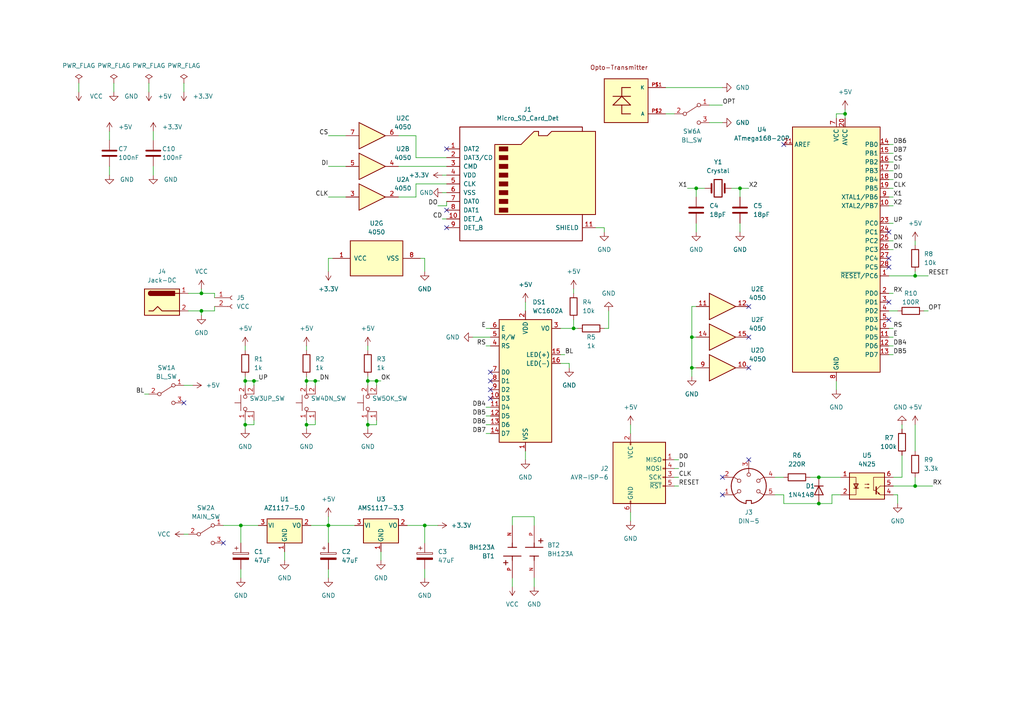
<source format=kicad_sch>
(kicad_sch (version 20211123) (generator eeschema)
  (paper "A4")
  (lib_symbols
    (symbol "4xxx:4050" (pin_names (offset 1.016))
      (property "Reference" "U" (at 0 1.27 0))
      (property "Value" "4050" (at 0 -1.27 0))
      (symbol "4050_1_0"
        (pin output line (at 7.62 0 180) (length 3.81) (name "~") (number "2"))
        (pin input line (at -7.62 0 0) (length 3.81) (name "~") (number "3"))
      )
      (symbol "4050_2_0"
        (pin output line (at 7.62 0 180) (length 3.81) (name "~") (number "4"))
        (pin input line (at -7.62 0 0) (length 3.81) (name "~") (number "5"))
      )
      (symbol "4050_3_0"
        (pin output line (at 7.62 0 180) (length 3.81) (name "~") (number "6"))
        (pin input line (at -7.62 0 0) (length 3.81) (name "~") (number "7"))
      )
      (symbol "4050_4_0"
        (pin output line (at 7.62 0 180) (length 3.81) (name "~") (number "10"))
        (pin input line (at -7.62 0 0) (length 3.81) (name "~") (number "9"))
      )
      (symbol "4050_5_0"
        (pin input line (at -7.62 0 0) (length 3.81) (name "~") (number "11"))
        (pin output line (at 7.62 0 180) (length 3.81) (name "~") (number "12"))
      )
      (symbol "4050_6_0"
        (pin input line (at -7.62 0 0) (length 3.81) (name "~") (number "14"))
        (pin output line (at 7.62 0 180) (length 3.81) (name "~") (number "15"))
      )
      (symbol "4050_7_0"
        (pin power_in line (at 0 12.7 270) (length 5.08) (name "VCC") (number "1"))
        (pin power_in line (at 0 -12.7 90) (length 5.08) (name "VSS") (number "8"))
      )
    )
    (symbol "BH123A:BH123A" (pin_names (offset 1.016) hide)
      (property "Reference" "BT" (at -3.81 3.81 0))
      (property "Value" "BH123A" (at -3.81 -5.08 0))
      (symbol "BH123A_0_0"
        (pin passive line (at 7.62 0 180) (length 5.08) (name "~") (number "N"))
        (pin passive line (at -7.62 0 0) (length 5.08) (name "~") (number "P"))
      )
    )
    (symbol "Connector:AVR-ISP-6" (pin_names (offset 1.016))
      (property "Reference" "J" (at -6.35 11.43 0))
      (property "Value" "AVR-ISP-6" (at 0 11.43 0))
      (symbol "AVR-ISP-6_1_1"
        (pin passive line (at 10.16 5.08 180) (length 2.54) (name "MISO") (number "1"))
        (pin passive line (at -2.54 12.7 270) (length 2.54) (name "VCC") (number "2"))
        (pin passive line (at 10.16 0 180) (length 2.54) (name "SCK") (number "3"))
        (pin passive line (at 10.16 2.54 180) (length 2.54) (name "MOSI") (number "4"))
        (pin passive line (at 10.16 -2.54 180) (length 2.54) (name "~{RST}") (number "5"))
        (pin passive line (at -2.54 -10.16 90) (length 2.54) (name "GND") (number "6"))
      )
    )
    (symbol "Connector:Conn_01x02_Female" (pin_names (offset 1.016) hide)
      (property "Reference" "J" (at 0 2.54 0))
      (property "Value" "Conn_01x02_Female" (at 0 -5.08 0))
      (symbol "Conn_01x02_Female_1_1"
        (pin passive line (at -5.08 0 0) (length 3.81) (name "Pin_1") (number "1"))
        (pin passive line (at -5.08 -2.54 0) (length 3.81) (name "Pin_2") (number "2"))
      )
    )
    (symbol "Connector:DIN-5" (pin_names (offset 1.016))
      (property "Reference" "J" (at 3.175 5.715 0))
      (property "Value" "DIN-5" (at 0 -6.35 0))
      (symbol "DIN-5_1_1"
        (pin passive line (at -7.62 -2.54 0) (length 2.54) (name "~") (number "1"))
        (pin passive line (at -7.62 2.54 0) (length 2.54) (name "~") (number "2"))
        (pin passive line (at 0 7.62 270) (length 2.54) (name "~") (number "3"))
        (pin passive line (at 7.62 2.54 180) (length 2.54) (name "~") (number "4"))
        (pin passive line (at 7.62 -2.54 180) (length 2.54) (name "~") (number "5"))
      )
    )
    (symbol "Connector:Jack-DC" (pin_names (offset 1.016))
      (property "Reference" "J" (at 0 5.334 0))
      (property "Value" "Jack-DC" (at 0 -5.08 0))
      (symbol "Jack-DC_1_1"
        (pin passive line (at 7.62 2.54 180) (length 2.54) (name "~") (number "1"))
        (pin passive line (at 7.62 -2.54 180) (length 2.54) (name "~") (number "2"))
      )
    )
    (symbol "Connector:Micro_SD_Card_Det" (pin_names (offset 1.016))
      (property "Reference" "J" (at -16.51 17.78 0))
      (property "Value" "Micro_SD_Card_Det" (at 16.51 17.78 0))
      (symbol "Micro_SD_Card_Det_1_1"
        (pin bidirectional line (at -22.86 10.16 0) (length 3.81) (name "DAT2") (number "1"))
        (pin passive line (at -22.86 -10.16 0) (length 3.81) (name "DET_A") (number "10"))
        (pin passive line (at 20.32 -12.7 180) (length 3.81) (name "SHIELD") (number "11"))
        (pin bidirectional line (at -22.86 7.62 0) (length 3.81) (name "DAT3/CD") (number "2"))
        (pin input line (at -22.86 5.08 0) (length 3.81) (name "CMD") (number "3"))
        (pin power_in line (at -22.86 2.54 0) (length 3.81) (name "VDD") (number "4"))
        (pin input line (at -22.86 0 0) (length 3.81) (name "CLK") (number "5"))
        (pin power_in line (at -22.86 -2.54 0) (length 3.81) (name "VSS") (number "6"))
        (pin bidirectional line (at -22.86 -5.08 0) (length 3.81) (name "DAT0") (number "7"))
        (pin bidirectional line (at -22.86 -7.62 0) (length 3.81) (name "DAT1") (number "8"))
        (pin passive line (at -22.86 -12.7 0) (length 3.81) (name "DET_B") (number "9"))
      )
    )
    (symbol "Device:C" (pin_numbers hide) (pin_names (offset 0.254))
      (property "Reference" "C" (at 0.635 2.54 0))
      (property "Value" "C" (at 0.635 -2.54 0))
      (symbol "C_1_1"
        (pin passive line (at 0 3.81 270) (length 2.794) (name "~") (number "1"))
        (pin passive line (at 0 -3.81 90) (length 2.794) (name "~") (number "2"))
      )
    )
    (symbol "Device:C_Polarized" (pin_numbers hide) (pin_names (offset 0.254))
      (property "Reference" "C" (at 0.635 2.54 0))
      (property "Value" "C_Polarized" (at 0.635 -2.54 0))
      (symbol "C_Polarized_1_1"
        (pin passive line (at 0 3.81 270) (length 2.794) (name "~") (number "1"))
        (pin passive line (at 0 -3.81 90) (length 2.794) (name "~") (number "2"))
      )
    )
    (symbol "Device:Crystal" (pin_numbers hide) (pin_names (offset 1.016) hide)
      (property "Reference" "Y" (at 0 3.81 0))
      (property "Value" "Crystal" (at 0 -3.81 0))
      (symbol "Crystal_1_1"
        (pin passive line (at -3.81 0 0) (length 1.27) (name "1") (number "1"))
        (pin passive line (at 3.81 0 180) (length 1.27) (name "2") (number "2"))
      )
    )
    (symbol "Device:R" (pin_numbers hide) (pin_names (offset 0))
      (property "Reference" "R" (at 2.032 0 90))
      (property "Value" "R" (at 0 0 90))
      (symbol "R_1_1"
        (pin passive line (at 0 3.81 270) (length 1.27) (name "~") (number "1"))
        (pin passive line (at 0 -3.81 90) (length 1.27) (name "~") (number "2"))
      )
    )
    (symbol "Diode:1N4148" (pin_numbers hide) (pin_names (offset 1.016) hide)
      (property "Reference" "D" (at 0 2.54 0))
      (property "Value" "1N4148" (at 0 -2.54 0))
      (symbol "1N4148_1_1"
        (pin passive line (at -3.81 0 0) (length 2.54) (name "K") (number "1"))
        (pin passive line (at 3.81 0 180) (length 2.54) (name "A") (number "2"))
      )
    )
    (symbol "Display_Character:WC1602A"
      (property "Reference" "DS" (at -5.842 19.05 0))
      (property "Value" "WC1602A" (at 5.334 19.05 0))
      (symbol "WC1602A_1_1"
        (pin power_in line (at 0 -20.32 90) (length 2.54) (name "VSS") (number "1"))
        (pin input line (at -10.16 -5.08 0) (length 2.54) (name "D3") (number "10"))
        (pin input line (at -10.16 -7.62 0) (length 2.54) (name "D4") (number "11"))
        (pin input line (at -10.16 -10.16 0) (length 2.54) (name "D5") (number "12"))
        (pin input line (at -10.16 -12.7 0) (length 2.54) (name "D6") (number "13"))
        (pin input line (at -10.16 -15.24 0) (length 2.54) (name "D7") (number "14"))
        (pin power_in line (at 10.16 7.62 180) (length 2.54) (name "LED(+)") (number "15"))
        (pin power_in line (at 10.16 5.08 180) (length 2.54) (name "LED(-)") (number "16"))
        (pin power_in line (at 0 20.32 270) (length 2.54) (name "VDD") (number "2"))
        (pin input line (at 10.16 15.24 180) (length 2.54) (name "VO") (number "3"))
        (pin input line (at -10.16 10.16 0) (length 2.54) (name "RS") (number "4"))
        (pin input line (at -10.16 12.7 0) (length 2.54) (name "R/W") (number "5"))
        (pin input line (at -10.16 15.24 0) (length 2.54) (name "E") (number "6"))
        (pin input line (at -10.16 2.54 0) (length 2.54) (name "D0") (number "7"))
        (pin input line (at -10.16 0 0) (length 2.54) (name "D1") (number "8"))
        (pin input line (at -10.16 -2.54 0) (length 2.54) (name "D2") (number "9"))
      )
    )
    (symbol "IFE91A:IFE91A" (pin_names (offset 1.016))
      (symbol "IFE91A_0_0"
        (text "Opto-Transmitter" (at -7.62 -7.62 0) (effects (font (size 1.27 1.27)) (justify left bottom)))
        (pin bidirectional line (at -12.7 -2.54 0) (length 5.08) (name "K") (number "P$1"))
        (pin bidirectional line (at -12.7 5.08 0) (length 5.08) (name "A") (number "P$2"))
      )
    )
    (symbol "Isolator:4N25" (pin_names (offset 1.016))
      (property "Reference" "U" (at -5.08 5.08 0))
      (property "Value" "4N25" (at 0 5.08 0))
      (symbol "4N25_1_1"
        (pin passive line (at -7.62 2.54 0) (length 2.54) (name "~") (number "1"))
        (pin passive line (at -7.62 -2.54 0) (length 2.54) (name "~") (number "2"))
        (pin no_connect line (at -5.08 0 0) (length 2.54) hide (name "NC") (number "3"))
        (pin passive line (at 7.62 -2.54 180) (length 2.54) (name "~") (number "4"))
        (pin passive line (at 7.62 0 180) (length 2.54) (name "~") (number "5"))
        (pin passive line (at 7.62 2.54 180) (length 2.54) (name "~") (number "6"))
      )
    )
    (symbol "MCU_Microchip_ATmega:ATmega168-20P"
      (property "Reference" "U" (at -12.7 36.83 0))
      (property "Value" "ATmega168-20P" (at 2.54 -36.83 0))
      (symbol "ATmega168-20P_1_1"
        (pin bidirectional line (at 15.24 -7.62 180) (length 2.54) (name "~{RESET}/PC6") (number "1"))
        (pin bidirectional line (at 15.24 12.7 180) (length 2.54) (name "XTAL2/PB7") (number "10"))
        (pin bidirectional line (at 15.24 -25.4 180) (length 2.54) (name "PD5") (number "11"))
        (pin bidirectional line (at 15.24 -27.94 180) (length 2.54) (name "PD6") (number "12"))
        (pin bidirectional line (at 15.24 -30.48 180) (length 2.54) (name "PD7") (number "13"))
        (pin bidirectional line (at 15.24 30.48 180) (length 2.54) (name "PB0") (number "14"))
        (pin bidirectional line (at 15.24 27.94 180) (length 2.54) (name "PB1") (number "15"))
        (pin bidirectional line (at 15.24 25.4 180) (length 2.54) (name "PB2") (number "16"))
        (pin bidirectional line (at 15.24 22.86 180) (length 2.54) (name "PB3") (number "17"))
        (pin bidirectional line (at 15.24 20.32 180) (length 2.54) (name "PB4") (number "18"))
        (pin bidirectional line (at 15.24 17.78 180) (length 2.54) (name "PB5") (number "19"))
        (pin bidirectional line (at 15.24 -12.7 180) (length 2.54) (name "PD0") (number "2"))
        (pin power_in line (at 2.54 38.1 270) (length 2.54) (name "AVCC") (number "20"))
        (pin passive line (at -15.24 30.48 0) (length 2.54) (name "AREF") (number "21"))
        (pin passive line (at 0 -38.1 90) (length 2.54) hide (name "GND") (number "22"))
        (pin bidirectional line (at 15.24 7.62 180) (length 2.54) (name "PC0") (number "23"))
        (pin bidirectional line (at 15.24 5.08 180) (length 2.54) (name "PC1") (number "24"))
        (pin bidirectional line (at 15.24 2.54 180) (length 2.54) (name "PC2") (number "25"))
        (pin bidirectional line (at 15.24 0 180) (length 2.54) (name "PC3") (number "26"))
        (pin bidirectional line (at 15.24 -2.54 180) (length 2.54) (name "PC4") (number "27"))
        (pin bidirectional line (at 15.24 -5.08 180) (length 2.54) (name "PC5") (number "28"))
        (pin bidirectional line (at 15.24 -15.24 180) (length 2.54) (name "PD1") (number "3"))
        (pin bidirectional line (at 15.24 -17.78 180) (length 2.54) (name "PD2") (number "4"))
        (pin bidirectional line (at 15.24 -20.32 180) (length 2.54) (name "PD3") (number "5"))
        (pin bidirectional line (at 15.24 -22.86 180) (length 2.54) (name "PD4") (number "6"))
        (pin power_in line (at 0 38.1 270) (length 2.54) (name "VCC") (number "7"))
        (pin power_in line (at 0 -38.1 90) (length 2.54) (name "GND") (number "8"))
        (pin bidirectional line (at 15.24 15.24 180) (length 2.54) (name "XTAL1/PB6") (number "9"))
      )
    )
    (symbol "Regulator_Linear:AMS1117-3.3" (pin_names (offset 0.254))
      (property "Reference" "U" (at -3.81 3.175 0))
      (property "Value" "AMS1117-3.3" (at 0 3.175 0))
      (symbol "AMS1117-3.3_1_1"
        (pin power_in line (at 0 -7.62 90) (length 2.54) (name "GND") (number "1"))
        (pin power_out line (at 7.62 0 180) (length 2.54) (name "VO") (number "2"))
        (pin power_in line (at -7.62 0 0) (length 2.54) (name "VI") (number "3"))
      )
    )
    (symbol "Regulator_Linear:AZ1117-5.0" (pin_names (offset 0.254))
      (property "Reference" "U" (at -3.81 3.175 0))
      (property "Value" "AZ1117-5.0" (at 0 3.175 0))
      (symbol "AZ1117-5.0_1_1"
        (pin power_in line (at 0 -7.62 90) (length 2.54) (name "GND") (number "1"))
        (pin power_out line (at 7.62 0 180) (length 2.54) (name "VO") (number "2"))
        (pin power_in line (at -7.62 0 0) (length 2.54) (name "VI") (number "3"))
      )
    )
    (symbol "SW_MEC_5E_1" (pin_names (offset 1.016) hide)
      (property "Reference" "SW3" (at 1.27 1.2701 90))
      (property "Value" "SW_MEC_5E_1" (at 1.27 -1.2699 90))
      (symbol "SW_MEC_5E_1_0_1"
        (pin passive line (at -5.08 2.54 0) (length 2.54) (name "1") (number "1"))
        (pin passive line (at -5.08 0 0) (length 2.54) (name "2") (number "1"))
        (pin passive line (at 5.08 2.54 180) (length 2.54) (name "A") (number "2"))
        (pin passive line (at 5.08 0 180) (length 2.54) (name "K") (number "2"))
      )
    )
    (symbol "Switch:SW_DPDT_x2" (pin_names (offset 0) hide)
      (property "Reference" "SW" (at 0 4.318 0))
      (property "Value" "SW_DPDT_x2" (at 0 -5.08 0))
      (symbol "SW_DPDT_x2_1_1"
        (pin passive line (at 5.08 2.54 180) (length 2.54) (name "A") (number "1"))
        (pin passive line (at -5.08 0 0) (length 2.54) (name "B") (number "2"))
        (pin passive line (at 5.08 -2.54 180) (length 2.54) (name "C") (number "3"))
      )
      (symbol "SW_DPDT_x2_2_1"
        (pin passive line (at 5.08 2.54 180) (length 2.54) (name "A") (number "4"))
        (pin passive line (at -5.08 0 0) (length 2.54) (name "B") (number "5"))
        (pin passive line (at 5.08 -2.54 180) (length 2.54) (name "C") (number "6"))
      )
    )
    (symbol "power:+3.3V" (power) (pin_names (offset 0))
      (property "Value" "+3.3V" (at 0 3.556 0))
      (symbol "+3.3V_1_1"
        (pin power_in line (at 0 0 90) (length 0) hide (name "+3.3V") (number "1"))
      )
    )
    (symbol "power:+5V" (power) (pin_names (offset 0))
      (property "Value" "+5V" (at 0 3.556 0))
      (symbol "+5V_1_1"
        (pin power_in line (at 0 0 90) (length 0) hide (name "+5V") (number "1"))
      )
    )
    (symbol "power:GND" (power) (pin_names (offset 0))
      (property "Value" "GND" (at 0 -3.81 0))
      (symbol "GND_1_1"
        (pin power_in line (at 0 0 270) (length 0) hide (name "GND") (number "1"))
      )
    )
    (symbol "power:PWR_FLAG" (power) (pin_numbers hide) (pin_names (offset 0) hide)
      (property "Value" "PWR_FLAG" (at 0 3.81 0))
      (symbol "PWR_FLAG_0_0"
        (pin power_out line (at 0 0 90) (length 0) (name "pwr") (number "1"))
      )
    )
    (symbol "power:VCC" (power) (pin_names (offset 0))
      (property "Value" "VCC" (at 0 3.81 0))
      (symbol "VCC_1_1"
        (pin power_in line (at 0 0 90) (length 0) hide (name "VCC") (number "1"))
      )
    )
  )
  (junction (at 73.66 110.49))
  (junction (at 200.66 106.68))
  (junction (at 245.11 33.02))
  (junction (at 106.68 123.19))
  (junction (at 166.37 95.25))
  (junction (at 91.44 110.49))
  (junction (at 88.9 123.19))
  (junction (at 88.9 110.49))
  (junction (at 106.68 110.49))
  (junction (at 265.43 140.97))
  (junction (at 58.42 85.09))
  (junction (at 237.49 138.43))
  (junction (at 71.12 123.19))
  (junction (at 265.43 80.01))
  (junction (at 214.63 54.61))
  (junction (at 71.12 110.49))
  (junction (at 201.93 54.61))
  (junction (at 95.25 152.4))
  (junction (at 123.19 152.4))
  (junction (at 58.42 90.17))
  (junction (at 109.22 110.49))
  (junction (at 200.66 97.79))
  (junction (at 69.85 152.4))
  (junction (at 237.49 146.05))
  (no_connect (at 227.33 41.91))
  (no_connect (at 257.81 92.71))
  (no_connect (at 257.81 67.31))
  (no_connect (at 257.81 74.93))
  (no_connect (at 257.81 77.47))
  (no_connect (at 257.81 87.63))
  (no_connect (at 217.17 88.9))
  (no_connect (at 217.17 97.79))
  (no_connect (at 217.17 106.68))
  (no_connect (at 129.54 66.04))
  (no_connect (at 129.54 60.96))
  (no_connect (at 129.54 43.18))
  (no_connect (at 142.24 110.49))
  (no_connect (at 142.24 113.03))
  (no_connect (at 142.24 115.57))
  (no_connect (at 142.24 107.95))
  (no_connect (at 53.34 116.84))
  (no_connect (at 217.17 133.35))
  (no_connect (at 209.55 138.43))
  (no_connect (at 209.55 143.51))
  (no_connect (at 64.77 157.48))
  (wire (pts (xy 257.81 59.69) (xy 259.08 59.69)))
  (wire (pts (xy 71.12 109.22) (xy 71.12 110.49)))
  (wire (pts (xy 201.93 54.61) (xy 204.47 54.61)))
  (wire (pts (xy 62.23 86.36) (xy 62.23 85.09)))
  (wire (pts (xy 257.81 44.45) (xy 259.08 44.45)))
  (wire (pts (xy 257.81 57.15) (xy 259.08 57.15)))
  (wire (pts (xy 200.66 106.68) (xy 200.66 109.22)))
  (wire (pts (xy 154.94 152.4) (xy 154.94 149.86)))
  (wire (pts (xy 175.26 66.04) (xy 175.26 67.31)))
  (wire (pts (xy 195.58 135.89) (xy 196.85 135.89)))
  (wire (pts (xy 176.53 90.17) (xy 176.53 95.25)))
  (wire (pts (xy 201.93 88.9) (xy 200.66 88.9)))
  (wire (pts (xy 140.97 125.73) (xy 142.24 125.73)))
  (wire (pts (xy 140.97 123.19) (xy 142.24 123.19)))
  (wire (pts (xy 82.55 160.02) (xy 82.55 162.56)))
  (wire (pts (xy 44.45 38.1) (xy 44.45 40.64)))
  (wire (pts (xy 257.81 90.17) (xy 260.35 90.17)))
  (wire (pts (xy 140.97 118.11) (xy 142.24 118.11)))
  (wire (pts (xy 259.08 140.97) (xy 265.43 140.97)))
  (wire (pts (xy 88.9 123.19) (xy 88.9 124.46)))
  (wire (pts (xy 109.22 121.92) (xy 109.22 123.19)))
  (wire (pts (xy 257.81 72.39) (xy 259.08 72.39)))
  (wire (pts (xy 88.9 121.92) (xy 88.9 123.19)))
  (wire (pts (xy 58.42 85.09) (xy 58.42 83.82)))
  (wire (pts (xy 71.12 100.33) (xy 71.12 101.6)))
  (wire (pts (xy 115.57 57.15) (xy 120.65 57.15)))
  (wire (pts (xy 242.57 110.49) (xy 242.57 113.03)))
  (wire (pts (xy 267.97 90.17) (xy 269.24 90.17)))
  (wire (pts (xy 71.12 110.49) (xy 73.66 110.49)))
  (wire (pts (xy 120.65 45.72) (xy 129.54 45.72)))
  (wire (pts (xy 128.27 63.5) (xy 129.54 63.5)))
  (wire (pts (xy 62.23 88.9) (xy 62.23 90.17)))
  (wire (pts (xy 120.65 39.37) (xy 120.65 45.72)))
  (wire (pts (xy 127 59.69) (xy 129.54 59.69)))
  (wire (pts (xy 261.62 123.19) (xy 261.62 124.46)))
  (wire (pts (xy 257.81 46.99) (xy 259.08 46.99)))
  (wire (pts (xy 95.25 149.86) (xy 95.25 152.4)))
  (wire (pts (xy 95.25 165.1) (xy 95.25 167.64)))
  (wire (pts (xy 69.85 165.1) (xy 69.85 167.64)))
  (wire (pts (xy 22.86 24.13) (xy 22.86 26.67)))
  (wire (pts (xy 243.84 143.51) (xy 241.3 143.51)))
  (wire (pts (xy 234.95 138.43) (xy 237.49 138.43)))
  (wire (pts (xy 95.25 57.15) (xy 100.33 57.15)))
  (wire (pts (xy 201.93 57.15) (xy 201.93 54.61)))
  (wire (pts (xy 199.39 54.61) (xy 201.93 54.61)))
  (wire (pts (xy 237.49 138.43) (xy 243.84 138.43)))
  (wire (pts (xy 91.44 123.19) (xy 91.44 121.92)))
  (wire (pts (xy 257.81 95.25) (xy 259.08 95.25)))
  (wire (pts (xy 73.66 110.49) (xy 73.66 111.76)))
  (wire (pts (xy 88.9 100.33) (xy 88.9 101.6)))
  (wire (pts (xy 193.04 33.02) (xy 195.58 33.02)))
  (wire (pts (xy 91.44 110.49) (xy 92.71 110.49)))
  (wire (pts (xy 245.11 33.02) (xy 245.11 34.29)))
  (wire (pts (xy 73.66 123.19) (xy 73.66 121.92)))
  (wire (pts (xy 162.56 105.41) (xy 165.1 105.41)))
  (wire (pts (xy 224.79 138.43) (xy 227.33 138.43)))
  (wire (pts (xy 257.81 80.01) (xy 265.43 80.01)))
  (wire (pts (xy 259.08 138.43) (xy 261.62 138.43)))
  (wire (pts (xy 165.1 105.41) (xy 165.1 106.68)))
  (wire (pts (xy 123.19 152.4) (xy 127 152.4)))
  (wire (pts (xy 110.49 160.02) (xy 110.49 162.56)))
  (wire (pts (xy 120.65 57.15) (xy 120.65 53.34)))
  (wire (pts (xy 71.12 123.19) (xy 73.66 123.19)))
  (wire (pts (xy 241.3 143.51) (xy 241.3 146.05)))
  (wire (pts (xy 137.16 97.79) (xy 142.24 97.79)))
  (wire (pts (xy 31.75 38.1) (xy 31.75 40.64)))
  (wire (pts (xy 214.63 64.77) (xy 214.63 67.31)))
  (wire (pts (xy 123.19 152.4) (xy 123.19 157.48)))
  (wire (pts (xy 95.25 152.4) (xy 102.87 152.4)))
  (wire (pts (xy 257.81 102.87) (xy 259.08 102.87)))
  (wire (pts (xy 265.43 80.01) (xy 269.24 80.01)))
  (wire (pts (xy 214.63 54.61) (xy 214.63 57.15)))
  (wire (pts (xy 120.65 53.34) (xy 129.54 53.34)))
  (wire (pts (xy 109.22 110.49) (xy 110.49 110.49)))
  (wire (pts (xy 200.66 97.79) (xy 200.66 106.68)))
  (wire (pts (xy 106.68 109.22) (xy 106.68 110.49)))
  (wire (pts (xy 44.45 48.26) (xy 44.45 50.8)))
  (wire (pts (xy 242.57 33.02) (xy 245.11 33.02)))
  (wire (pts (xy 71.12 123.19) (xy 71.12 124.46)))
  (wire (pts (xy 73.66 110.49) (xy 74.93 110.49)))
  (wire (pts (xy 265.43 140.97) (xy 270.51 140.97)))
  (wire (pts (xy 257.81 64.77) (xy 259.08 64.77)))
  (wire (pts (xy 257.81 69.85) (xy 259.08 69.85)))
  (wire (pts (xy 152.4 87.63) (xy 152.4 90.17)))
  (wire (pts (xy 106.68 123.19) (xy 106.68 124.46)))
  (wire (pts (xy 193.04 25.4) (xy 209.55 25.4)))
  (wire (pts (xy 265.43 123.19) (xy 265.43 130.81)))
  (wire (pts (xy 123.19 165.1) (xy 123.19 167.64)))
  (wire (pts (xy 129.54 59.69) (xy 129.54 58.42)))
  (wire (pts (xy 106.68 121.92) (xy 106.68 123.19)))
  (wire (pts (xy 140.97 120.65) (xy 142.24 120.65)))
  (wire (pts (xy 227.33 146.05) (xy 237.49 146.05)))
  (wire (pts (xy 33.02 24.13) (xy 33.02 26.67)))
  (wire (pts (xy 69.85 152.4) (xy 69.85 157.48)))
  (wire (pts (xy 140.97 95.25) (xy 142.24 95.25)))
  (wire (pts (xy 54.61 85.09) (xy 58.42 85.09)))
  (wire (pts (xy 148.59 167.64) (xy 148.59 170.18)))
  (wire (pts (xy 109.22 123.19) (xy 106.68 123.19)))
  (wire (pts (xy 154.94 167.64) (xy 154.94 170.18)))
  (wire (pts (xy 58.42 90.17) (xy 54.61 90.17)))
  (wire (pts (xy 128.27 50.8) (xy 129.54 50.8)))
  (wire (pts (xy 257.81 85.09) (xy 259.08 85.09)))
  (wire (pts (xy 172.72 66.04) (xy 175.26 66.04)))
  (wire (pts (xy 195.58 140.97) (xy 196.85 140.97)))
  (wire (pts (xy 95.25 48.26) (xy 100.33 48.26)))
  (wire (pts (xy 195.58 138.43) (xy 196.85 138.43)))
  (wire (pts (xy 265.43 78.74) (xy 265.43 80.01)))
  (wire (pts (xy 31.75 48.26) (xy 31.75 50.8)))
  (wire (pts (xy 95.25 152.4) (xy 95.25 157.48)))
  (wire (pts (xy 205.74 30.48) (xy 209.55 30.48)))
  (wire (pts (xy 41.91 114.3) (xy 43.18 114.3)))
  (wire (pts (xy 214.63 54.61) (xy 217.17 54.61)))
  (wire (pts (xy 166.37 83.82) (xy 166.37 85.09)))
  (wire (pts (xy 200.66 88.9) (xy 200.66 97.79)))
  (wire (pts (xy 154.94 149.86) (xy 148.59 149.86)))
  (wire (pts (xy 115.57 39.37) (xy 120.65 39.37)))
  (wire (pts (xy 162.56 102.87) (xy 163.83 102.87)))
  (wire (pts (xy 64.77 152.4) (xy 69.85 152.4)))
  (wire (pts (xy 261.62 138.43) (xy 261.62 132.08)))
  (wire (pts (xy 115.57 48.26) (xy 129.54 48.26)))
  (wire (pts (xy 200.66 97.79) (xy 201.93 97.79)))
  (wire (pts (xy 148.59 149.86) (xy 148.59 152.4)))
  (wire (pts (xy 69.85 152.4) (xy 74.93 152.4)))
  (wire (pts (xy 152.4 130.81) (xy 152.4 133.35)))
  (wire (pts (xy 242.57 34.29) (xy 242.57 33.02)))
  (wire (pts (xy 128.27 55.88) (xy 129.54 55.88)))
  (wire (pts (xy 88.9 110.49) (xy 91.44 110.49)))
  (wire (pts (xy 121.92 74.93) (xy 123.19 74.93)))
  (wire (pts (xy 90.17 152.4) (xy 95.25 152.4)))
  (wire (pts (xy 88.9 110.49) (xy 88.9 111.76)))
  (wire (pts (xy 118.11 152.4) (xy 123.19 152.4)))
  (wire (pts (xy 53.34 111.76) (xy 55.88 111.76)))
  (wire (pts (xy 123.19 74.93) (xy 123.19 78.74)))
  (wire (pts (xy 95.25 74.93) (xy 96.52 74.93)))
  (wire (pts (xy 257.81 97.79) (xy 259.08 97.79)))
  (wire (pts (xy 205.74 35.56) (xy 209.55 35.56)))
  (wire (pts (xy 257.81 52.07) (xy 259.08 52.07)))
  (wire (pts (xy 257.81 41.91) (xy 259.08 41.91)))
  (wire (pts (xy 62.23 85.09) (xy 58.42 85.09)))
  (wire (pts (xy 106.68 110.49) (xy 106.68 111.76)))
  (wire (pts (xy 257.81 100.33) (xy 259.08 100.33)))
  (wire (pts (xy 62.23 90.17) (xy 58.42 90.17)))
  (wire (pts (xy 166.37 92.71) (xy 166.37 95.25)))
  (wire (pts (xy 162.56 95.25) (xy 166.37 95.25)))
  (wire (pts (xy 201.93 64.77) (xy 201.93 67.31)))
  (wire (pts (xy 212.09 54.61) (xy 214.63 54.61)))
  (wire (pts (xy 245.11 33.02) (xy 245.11 31.75)))
  (wire (pts (xy 106.68 110.49) (xy 109.22 110.49)))
  (wire (pts (xy 58.42 91.44) (xy 58.42 90.17)))
  (wire (pts (xy 109.22 110.49) (xy 109.22 111.76)))
  (wire (pts (xy 166.37 95.25) (xy 167.64 95.25)))
  (wire (pts (xy 95.25 78.74) (xy 95.25 74.93)))
  (wire (pts (xy 265.43 69.85) (xy 265.43 71.12)))
  (wire (pts (xy 265.43 140.97) (xy 265.43 138.43)))
  (wire (pts (xy 227.33 143.51) (xy 227.33 146.05)))
  (wire (pts (xy 182.88 123.19) (xy 182.88 125.73)))
  (wire (pts (xy 237.49 146.05) (xy 241.3 146.05)))
  (wire (pts (xy 140.97 100.33) (xy 142.24 100.33)))
  (wire (pts (xy 106.68 100.33) (xy 106.68 101.6)))
  (wire (pts (xy 53.34 154.94) (xy 54.61 154.94)))
  (wire (pts (xy 53.34 24.13) (xy 53.34 26.67)))
  (wire (pts (xy 200.66 106.68) (xy 201.93 106.68)))
  (wire (pts (xy 88.9 123.19) (xy 91.44 123.19)))
  (wire (pts (xy 227.33 143.51) (xy 224.79 143.51)))
  (wire (pts (xy 71.12 121.92) (xy 71.12 123.19)))
  (wire (pts (xy 88.9 109.22) (xy 88.9 110.49)))
  (wire (pts (xy 259.08 143.51) (xy 260.35 143.51)))
  (wire (pts (xy 43.18 24.13) (xy 43.18 26.67)))
  (wire (pts (xy 195.58 133.35) (xy 196.85 133.35)))
  (wire (pts (xy 260.35 143.51) (xy 260.35 146.05)))
  (wire (pts (xy 257.81 54.61) (xy 259.08 54.61)))
  (wire (pts (xy 257.81 49.53) (xy 259.08 49.53)))
  (wire (pts (xy 95.25 39.37) (xy 100.33 39.37)))
  (wire (pts (xy 182.88 148.59) (xy 182.88 151.13)))
  (wire (pts (xy 71.12 110.49) (xy 71.12 111.76)))
  (wire (pts (xy 91.44 110.49) (xy 91.44 111.76)))
  (wire (pts (xy 176.53 95.25) (xy 175.26 95.25)))
  (label "DO" (at 259.08 52.07 0))
  (label "OPT" (at 209.55 30.48 0))
  (label "CD" (at 128.27 63.5 180))
  (label "CLK" (at 196.85 138.43 0))
  (label "X2" (at 217.17 54.61 0))
  (label "OK" (at 259.08 72.39 0))
  (label "CLK" (at 95.25 57.15 180))
  (label "DI" (at 259.08 49.53 0))
  (label "RX" (at 259.08 85.09 0))
  (label "CS" (at 95.25 39.37 180))
  (label "DN" (at 92.71 110.49 0))
  (label "RESET" (at 196.85 140.97 0))
  (label "DB6" (at 259.08 41.91 0))
  (label "X1" (at 199.39 54.61 180))
  (label "DI" (at 95.25 48.26 180))
  (label "E" (at 259.08 97.79 0))
  (label "DO" (at 196.85 133.35 0))
  (label "DB7" (at 140.97 125.73 180))
  (label "UP" (at 259.08 64.77 0))
  (label "X2" (at 259.08 59.69 0))
  (label "DN" (at 259.08 69.85 0))
  (label "CLK" (at 259.08 54.61 0))
  (label "OK" (at 110.49 110.49 0))
  (label "X1" (at 259.08 57.15 0))
  (label "CS" (at 259.08 46.99 0))
  (label "DO" (at 127 59.69 180))
  (label "DB6" (at 140.97 123.19 180))
  (label "BL" (at 41.91 114.3 180))
  (label "DB5" (at 259.08 102.87 0))
  (label "RESET" (at 269.24 80.01 0))
  (label "DB5" (at 140.97 120.65 180))
  (label "RS" (at 259.08 95.25 0))
  (label "DB4" (at 259.08 100.33 0))
  (label "RX" (at 270.51 140.97 0))
  (label "RS" (at 140.97 100.33 180))
  (label "OPT" (at 269.24 90.17 0))
  (label "DB7" (at 259.08 44.45 0))
  (label "UP" (at 74.93 110.49 0))
  (label "DB4" (at 140.97 118.11 180))
  (label "DI" (at 196.85 135.89 0))
  (label "E" (at 140.97 95.25 180))
  (label "BL" (at 163.83 102.87 0))
  (symbol (lib_id "power:+5V") (at 152.4 87.63 0) (unit 1)
    (property "Reference" "#PWR0118" (effects hide))
    (property "Value" "+5V" (at 152.4 82.55 0))
  )
  (symbol (lib_id "power:+5V") (at 43.18 26.67 180) (unit 1)
    (property "Reference" "#PWR0139" (effects hide))
    (property "Value" "+5V" (at 45.72 27.9399 0) (effects (justify right)))
  )
  (symbol (lib_name "SW_MEC_5E_1") (lib_id "Switch:SW_MEC_5E") (at 109.22 116.84 90) (unit 1)
    (property "Reference" "SW5" (at 107.9499 115.57 90) (effects (justify right)))
    (property "Value" "OK_SW" (at 111.76 115.57 90) (effects (justify right)))
    (property "Footprint" "Button_Switch_THT:SW_PUSH_6mm_H7.3mm" (effects hide))
    (property "Datasheet" "http://www.apem.com/int/index.php?controller=attachment&id_attachment=1371" (effects hide))
  )
  (symbol (lib_id "power:+5V") (at 166.37 83.82 0) (unit 1)
    (property "Reference" "#PWR0117" (effects hide))
    (property "Value" "+5V" (at 166.37 78.74 0))
  )
  (symbol (lib_id "Device:R") (at 71.12 105.41 0) (unit 1)
    (property "Reference" "R1" (at 73.66 104.1399 0) (effects (justify left)))
    (property "Value" "1k" (at 73.66 106.6799 0) (effects (justify left)))
    (property "Footprint" "Resistor_THT:R_Axial_DIN0204_L3.6mm_D1.6mm_P7.62mm_Horizontal" (effects hide))
  )
  (symbol (lib_id "power:GND") (at 128.27 55.88 270) (unit 1)
    (property "Reference" "#PWR0115" (effects hide))
    (property "Value" "GND" (at 125.73 55.88 90) (effects (justify right)))
  )
  (symbol (lib_id "Device:R") (at 166.37 88.9 180) (unit 1)
    (property "Reference" "R4" (at 168.91 87.6299 0) (effects (justify right)))
    (property "Value" "10k" (at 168.91 90.1699 0) (effects (justify right)))
    (property "Footprint" "Resistor_THT:R_Axial_DIN0204_L3.6mm_D1.6mm_P7.62mm_Horizontal" (effects hide))
  )
  (symbol (lib_id "Device:R") (at 106.68 105.41 0) (unit 1)
    (property "Reference" "R3" (at 109.22 104.1399 0) (effects (justify left)))
    (property "Value" "1k" (at 109.22 106.6799 0) (effects (justify left)))
    (property "Footprint" "Resistor_THT:R_Axial_DIN0204_L3.6mm_D1.6mm_P7.62mm_Horizontal" (effects hide))
  )
  (symbol (lib_id "power:+5V") (at 88.9 100.33 0) (unit 1)
    (property "Reference" "#PWR0128" (effects hide))
    (property "Value" "+5V" (at 88.9 95.25 0))
  )
  (symbol (lib_id "BH123A:BH123A") (at 148.59 160.02 90) (unit 1)
    (property "Reference" "BT1" (at 143.51 161.29 90) (effects (justify left)))
    (property "Value" "BH123A" (at 143.51 158.75 90) (effects (justify left)))
    (property "Footprint" "BH123A:BAT_BH123A" (effects hide))
    (property "STANDARD" "Manufacturer Recommendations" (effects hide))
    (property "MANUFACTURER" "MPD" (effects hide))
    (property "PARTREV" "E" (effects hide))
    (property "MAXIMUM_PACKAGE_HEIGHT" "12.09mm" (effects hide))
  )
  (symbol (lib_id "Device:C_Polarized") (at 123.19 161.29 0) (unit 1)
    (property "Reference" "C3" (at 127 160.02 0) (effects (justify left)))
    (property "Value" "47uF" (at 127 162.56 0) (effects (justify left)))
    (property "Footprint" "Capacitor_THT:CP_Radial_D4.0mm_P1.50mm" (effects hide))
  )
  (symbol (lib_id "Device:R") (at 264.16 90.17 90) (unit 1)
    (property "Reference" "R10" (at 264.16 85.09 90))
    (property "Value" "100R" (at 264.16 87.63 90))
    (property "Footprint" "Resistor_THT:R_Axial_DIN0204_L3.6mm_D1.6mm_P7.62mm_Horizontal" (effects hide))
  )
  (symbol (lib_id "power:GND") (at 123.19 78.74 0) (unit 1)
    (property "Reference" "#PWR0119" (effects hide))
    (property "Value" "GND" (at 123.19 83.82 0))
  )
  (symbol (lib_id "power:+5V") (at 245.11 31.75 0) (unit 1)
    (property "Reference" "#PWR0113" (effects hide))
    (property "Value" "+5V" (at 245.11 26.67 0))
  )
  (symbol (lib_id "power:GND") (at 260.35 146.05 0) (unit 1)
    (property "Reference" "#PWR0106" (effects hide))
    (property "Value" "GND" (at 260.35 151.13 0))
  )
  (symbol (lib_id "Device:R") (at 265.43 74.93 0) (unit 1)
    (property "Reference" "R8" (at 267.97 73.6599 0) (effects (justify left)))
    (property "Value" "10k" (at 267.97 76.1999 0) (effects (justify left)))
    (property "Footprint" "Resistor_THT:R_Axial_DIN0204_L3.6mm_D1.6mm_P7.62mm_Horizontal" (effects hide))
  )
  (symbol (lib_id "power:+3.3V") (at 53.34 26.67 180) (unit 1)
    (property "Reference" "#PWR0140" (effects hide))
    (property "Value" "+3.3V" (at 55.88 27.9399 0) (effects (justify right)))
  )
  (symbol (lib_id "power:VCC") (at 58.42 83.82 0) (unit 1)
    (property "Reference" "#PWR03" (effects hide))
    (property "Value" "VCC" (at 58.42 78.74 0))
  )
  (symbol (lib_id "Regulator_Linear:AZ1117-5.0") (at 82.55 152.4 0) (unit 1)
    (property "Reference" "U1" (at 82.55 144.78 0))
    (property "Value" "AZ1117-5.0" (at 82.55 147.32 0))
    (property "Footprint" "Package_TO_SOT_SMD:SOT-223-3_TabPin2" (effects hide))
    (property "Datasheet" "https://www.diodes.com/assets/Datasheets/AZ1117.pdf" (effects hide))
  )
  (symbol (lib_id "BH123A:BH123A") (at 154.94 160.02 270) (unit 1)
    (property "Reference" "BT2" (at 158.75 158.1149 90) (effects (justify left)))
    (property "Value" "BH123A" (at 158.75 160.6549 90) (effects (justify left)))
    (property "Footprint" "BH123A:BAT_BH123A" (effects hide))
    (property "STANDARD" "Manufacturer Recommendations" (effects hide))
    (property "MANUFACTURER" "MPD" (effects hide))
    (property "PARTREV" "E" (effects hide))
    (property "MAXIMUM_PACKAGE_HEIGHT" "12.09mm" (effects hide))
  )
  (symbol (lib_id "power:GND") (at 33.02 26.67 0) (unit 1)
    (property "Reference" "#PWR0143" (effects hide))
    (property "Value" "GND" (at 38.1 27.94 0))
  )
  (symbol (lib_id "Device:R") (at 261.62 128.27 180) (unit 1)
    (property "Reference" "R7" (at 256.54 127 0) (effects (justify right)))
    (property "Value" "100k" (at 255.27 129.54 0) (effects (justify right)))
    (property "Footprint" "Resistor_THT:R_Axial_DIN0204_L3.6mm_D1.6mm_P7.62mm_Horizontal" (effects hide))
  )
  (symbol (lib_id "Device:C") (at 214.63 60.96 0) (unit 1)
    (property "Reference" "C5" (at 218.44 59.6899 0) (effects (justify left)))
    (property "Value" "18pF" (at 218.44 62.2299 0) (effects (justify left)))
    (property "Footprint" "Capacitor_THT:C_Disc_D5.1mm_W3.2mm_P5.00mm" (effects hide))
  )
  (symbol (lib_id "power:GND") (at 95.25 167.64 0) (unit 1)
    (property "Reference" "#PWR0131" (effects hide))
    (property "Value" "GND" (at 95.25 172.72 0))
  )
  (symbol (lib_id "power:GND") (at 152.4 133.35 0) (unit 1)
    (property "Reference" "#PWR0121" (effects hide))
    (property "Value" "GND" (at 152.4 138.43 0))
  )
  (symbol (lib_id "Device:C") (at 201.93 60.96 0) (unit 1)
    (property "Reference" "C4" (at 205.74 59.6899 0) (effects (justify left)))
    (property "Value" "18pF" (at 205.74 62.2299 0) (effects (justify left)))
    (property "Footprint" "Capacitor_THT:C_Disc_D5.1mm_W3.2mm_P5.00mm" (effects hide))
  )
  (symbol (lib_id "power:PWR_FLAG") (at 33.02 24.13 0) (unit 1)
    (property "Reference" "#FLG0103" (effects hide))
    (property "Value" "PWR_FLAG" (at 33.02 19.05 0))
  )
  (symbol (lib_id "power:+5V") (at 182.88 123.19 0) (unit 1)
    (property "Reference" "#PWR0111" (effects hide))
    (property "Value" "+5V" (at 182.88 118.11 0))
  )
  (symbol (lib_id "power:GND") (at 201.93 67.31 0) (unit 1)
    (property "Reference" "#PWR0103" (effects hide))
    (property "Value" "GND" (at 201.93 72.39 0))
  )
  (symbol (lib_id "power:+3.3V") (at 127 152.4 270) (unit 1)
    (property "Reference" "#PWR0133" (effects hide))
    (property "Value" "+3.3V" (at 130.81 152.3999 90) (effects (justify left)))
  )
  (symbol (lib_id "4xxx:4050") (at 209.55 88.9 0) (unit 5)
    (property "Reference" "U2" (at 219.71 83.82 0))
    (property "Value" "4050" (at 219.71 86.36 0))
    (property "Footprint" "Package_DIP:DIP-16_W7.62mm" (effects hide))
    (property "Datasheet" "http://www.intersil.com/content/dam/intersil/documents/cd40/cd4050bms.pdf" (effects hide))
  )
  (symbol (lib_id "power:GND") (at 123.19 167.64 0) (unit 1)
    (property "Reference" "#PWR0129" (effects hide))
    (property "Value" "GND" (at 123.19 172.72 0))
  )
  (symbol (lib_id "power:GND") (at 58.42 91.44 0) (unit 1)
    (property "Reference" "#PWR04" (effects hide))
    (property "Value" "GND" (at 58.42 96.52 0))
  )
  (symbol (lib_id "power:GND") (at 106.68 124.46 0) (unit 1)
    (property "Reference" "#PWR0125" (effects hide))
    (property "Value" "GND" (at 106.68 129.54 0))
  )
  (symbol (lib_id "Regulator_Linear:AMS1117-3.3") (at 110.49 152.4 0) (unit 1)
    (property "Reference" "U3" (at 110.49 144.78 0))
    (property "Value" "AMS1117-3.3" (at 110.49 147.32 0))
    (property "Footprint" "Package_TO_SOT_SMD:SOT-223-3_TabPin2" (effects hide))
    (property "Datasheet" "http://www.advanced-monolithic.com/pdf/ds1117.pdf" (effects hide))
  )
  (symbol (lib_id "power:GND") (at 175.26 67.31 0) (unit 1)
    (property "Reference" "#PWR0102" (effects hide))
    (property "Value" "GND" (at 175.26 72.39 0))
  )
  (symbol (lib_id "power:GND") (at 82.55 162.56 0) (unit 1)
    (property "Reference" "#PWR0137" (effects hide))
    (property "Value" "GND" (at 82.55 167.64 0))
  )
  (symbol (lib_id "power:GND") (at 200.66 109.22 0) (unit 1)
    (property "Reference" "#PWR0110" (effects hide))
    (property "Value" "GND" (at 200.66 114.3 0))
  )
  (symbol (lib_id "power:GND") (at 69.85 167.64 0) (unit 1)
    (property "Reference" "#PWR0138" (effects hide))
    (property "Value" "GND" (at 69.85 172.72 0))
  )
  (symbol (lib_id "power:GND") (at 209.55 35.56 90) (unit 1)
    (property "Reference" "#PWR05" (effects hide))
    (property "Value" "GND" (at 213.36 35.5599 90) (effects (justify right)))
  )
  (symbol (lib_id "power:GND") (at 209.55 25.4 90) (unit 1)
    (property "Reference" "#PWR0146" (effects hide))
    (property "Value" "GND" (at 213.36 25.3999 90) (effects (justify right)))
  )
  (symbol (lib_id "power:VCC") (at 22.86 26.67 180) (unit 1)
    (property "Reference" "#PWR0142" (effects hide))
    (property "Value" "VCC" (at 27.94 27.94 0))
  )
  (symbol (lib_id "4xxx:4050") (at 209.55 97.79 0) (unit 6)
    (property "Reference" "U2" (at 219.71 92.71 0))
    (property "Value" "4050" (at 219.71 95.25 0))
    (property "Footprint" "Package_DIP:DIP-16_W7.62mm" (effects hide))
    (property "Datasheet" "http://www.intersil.com/content/dam/intersil/documents/cd40/cd4050bms.pdf" (effects hide))
  )
  (symbol (lib_id "Connector:Conn_01x02_Female") (at 67.31 86.36 0) (unit 1)
    (property "Reference" "J5" (at 68.58 86.3599 0) (effects (justify left)))
    (property "Value" "VCC" (at 68.58 88.8999 0) (effects (justify left)))
    (property "Footprint" "Connector_PinSocket_2.54mm:PinSocket_1x02_P2.54mm_Vertical" (effects hide))
  )
  (symbol (lib_id "power:GND") (at 110.49 162.56 0) (unit 1)
    (property "Reference" "#PWR0130" (effects hide))
    (property "Value" "GND" (at 110.49 167.64 0))
  )
  (symbol (lib_id "power:GND") (at 137.16 97.79 270) (unit 1)
    (property "Reference" "#PWR0124" (effects hide))
    (property "Value" "GND" (at 133.35 97.7899 90) (effects (justify right)))
  )
  (symbol (lib_id "power:VCC") (at 148.59 170.18 180) (unit 1)
    (property "Reference" "#PWR0122" (effects hide))
    (property "Value" "VCC" (at 148.59 175.26 0))
  )
  (symbol (lib_id "power:+5V") (at 31.75 38.1 0) (unit 1)
    (property "Reference" "#PWR01" (effects hide))
    (property "Value" "+5V" (at 34.29 36.8299 0) (effects (justify left)))
  )
  (symbol (lib_id "Switch:SW_DPDT_x2") (at 200.66 33.02 0) (unit 1)
    (property "Reference" "SW6" (at 200.66 38.1 0))
    (property "Value" "BL_SW" (at 200.66 40.64 0))
    (property "Footprint" "Switch:Switch 12x6mm" (effects hide))
  )
  (symbol (lib_id "power:PWR_FLAG") (at 43.18 24.13 0) (unit 1)
    (property "Reference" "#FLG0101" (effects hide))
    (property "Value" "PWR_FLAG" (at 43.18 19.05 0))
  )
  (symbol (lib_id "Connector:AVR-ISP-6") (at 185.42 138.43 0) (unit 1)
    (property "Reference" "J2" (at 176.53 135.8899 0) (effects (justify right)))
    (property "Value" "AVR-ISP-6" (at 176.53 138.4299 0) (effects (justify right)))
    (property "Footprint" "Connector_PinSocket_2.54mm:PinSocket_2x03_P2.54mm_Vertical" (effects hide))
    (property "Datasheet" " ~" (effects hide))
  )
  (symbol (lib_id "power:GND") (at 71.12 124.46 0) (unit 1)
    (property "Reference" "#PWR0134" (effects hide))
    (property "Value" "GND" (at 71.12 129.54 0))
  )
  (symbol (lib_id "Device:C") (at 31.75 44.45 0) (unit 1)
    (property "Reference" "C7" (at 34.29 43.18 0) (effects (justify left)))
    (property "Value" "100nF" (at 34.29 45.72 0) (effects (justify left)))
    (property "Footprint" "Capacitor_THT:C_Disc_D5.1mm_W3.2mm_P5.00mm" (effects hide))
  )
  (symbol (lib_id "Device:C_Polarized") (at 69.85 161.29 0) (unit 1)
    (property "Reference" "C1" (at 73.66 160.02 0) (effects (justify left)))
    (property "Value" "47uF" (at 73.66 162.56 0) (effects (justify left)))
    (property "Footprint" "Capacitor_THT:CP_Radial_D4.0mm_P1.50mm" (effects hide))
  )
  (symbol (lib_id "power:+5V") (at 71.12 100.33 0) (unit 1)
    (property "Reference" "#PWR0135" (effects hide))
    (property "Value" "+5V" (at 71.12 95.25 0))
  )
  (symbol (lib_id "power:+5V") (at 265.43 123.19 0) (unit 1)
    (property "Reference" "#PWR0107" (effects hide))
    (property "Value" "+5V" (at 265.43 118.11 0))
  )
  (symbol (lib_id "Device:Crystal") (at 208.28 54.61 180) (unit 1)
    (property "Reference" "Y1" (at 208.28 46.99 0))
    (property "Value" "Crystal" (at 208.28 49.53 0))
    (property "Footprint" "Crystal:Crystal_HC49-4H_Vertical" (effects hide))
  )
  (symbol (lib_id "4xxx:4050") (at 109.22 74.93 90) (unit 7)
    (property "Reference" "U2" (at 109.22 64.77 90))
    (property "Value" "4050" (at 109.22 67.31 90))
    (property "Footprint" "Package_DIP:DIP-16_W7.62mm" (effects hide))
    (property "Datasheet" "http://www.intersil.com/content/dam/intersil/documents/cd40/cd4050bms.pdf" (effects hide))
  )
  (symbol (lib_id "Device:C_Polarized") (at 95.25 161.29 0) (unit 1)
    (property "Reference" "C2" (at 99.06 160.02 0) (effects (justify left)))
    (property "Value" "47uF" (at 99.06 162.56 0) (effects (justify left)))
    (property "Footprint" "Capacitor_THT:CP_Radial_D4.0mm_P1.50mm" (effects hide))
  )
  (symbol (lib_id "Device:C") (at 44.45 44.45 0) (unit 1)
    (property "Reference" "C10" (at 46.99 43.18 0) (effects (justify left)))
    (property "Value" "100nF" (at 46.99 45.72 0) (effects (justify left)))
    (property "Footprint" "Capacitor_THT:C_Disc_D5.1mm_W3.2mm_P5.00mm" (effects hide))
  )
  (symbol (lib_id "power:GND") (at 242.57 113.03 0) (unit 1)
    (property "Reference" "#PWR0109" (effects hide))
    (property "Value" "GND" (at 242.57 118.11 0))
  )
  (symbol (lib_id "power:+3.3V") (at 44.45 38.1 0) (unit 1)
    (property "Reference" "#PWR02" (effects hide))
    (property "Value" "+3.3V" (at 46.99 36.8299 0) (effects (justify left)))
  )
  (symbol (lib_id "power:+3.3V") (at 128.27 50.8 90) (unit 1)
    (property "Reference" "#PWR0116" (effects hide))
    (property "Value" "+3.3V" (at 124.46 50.8 90) (effects (justify left)))
  )
  (symbol (lib_id "power:+3.3V") (at 95.25 78.74 180) (unit 1)
    (property "Reference" "#PWR0120" (effects hide))
    (property "Value" "+3.3V" (at 95.25 83.82 0))
  )
  (symbol (lib_id "Device:R") (at 88.9 105.41 0) (unit 1)
    (property "Reference" "R2" (at 91.44 104.1399 0) (effects (justify left)))
    (property "Value" "1k" (at 91.44 106.6799 0) (effects (justify left)))
    (property "Footprint" "Resistor_THT:R_Axial_DIN0204_L3.6mm_D1.6mm_P7.62mm_Horizontal" (effects hide))
  )
  (symbol (lib_id "Connector:Jack-DC") (at 46.99 87.63 0) (unit 1)
    (property "Reference" "J4" (at 46.99 78.74 0))
    (property "Value" "Jack-DC" (at 46.99 81.28 0))
    (property "Footprint" "Connector_BarrelJack:BarrelJack_Horizontal" (effects hide))
  )
  (symbol (lib_id "power:+5V") (at 95.25 149.86 0) (unit 1)
    (property "Reference" "#PWR0132" (effects hide))
    (property "Value" "+5V" (at 95.25 144.78 0))
  )
  (symbol (lib_id "4xxx:4050") (at 107.95 39.37 0) (unit 3)
    (property "Reference" "U2" (at 116.84 34.29 0))
    (property "Value" "4050" (at 116.84 36.83 0))
    (property "Footprint" "Package_DIP:DIP-16_W7.62mm" (effects hide))
    (property "Datasheet" "http://www.intersil.com/content/dam/intersil/documents/cd40/cd4050bms.pdf" (effects hide))
  )
  (symbol (lib_id "power:GND") (at 214.63 67.31 0) (unit 1)
    (property "Reference" "#PWR0114" (effects hide))
    (property "Value" "GND" (at 214.63 72.39 0))
  )
  (symbol (lib_id "Device:R") (at 231.14 138.43 90) (unit 1)
    (property "Reference" "R6" (at 231.14 132.08 90))
    (property "Value" "220R" (at 231.14 134.62 90))
    (property "Footprint" "Resistor_THT:R_Axial_DIN0204_L3.6mm_D1.6mm_P7.62mm_Horizontal" (effects hide))
  )
  (symbol (lib_id "power:PWR_FLAG") (at 22.86 24.13 0) (unit 1)
    (property "Reference" "#FLG0102" (effects hide))
    (property "Value" "PWR_FLAG" (at 22.86 19.05 0))
  )
  (symbol (lib_id "Device:R") (at 171.45 95.25 90) (unit 1)
    (property "Reference" "R5" (at 171.45 97.79 90))
    (property "Value" "1k" (at 171.45 100.33 90))
    (property "Footprint" "Resistor_THT:R_Axial_DIN0204_L3.6mm_D1.6mm_P7.62mm_Horizontal" (effects hide))
  )
  (symbol (lib_name "SW_MEC_5E_1") (lib_id "Switch:SW_MEC_5E") (at 73.66 116.84 90) (unit 1)
    (property "Reference" "SW3" (at 72.3899 115.57 90) (effects (justify right)))
    (property "Value" "UP_SW" (at 76.2 115.57 90) (effects (justify right)))
    (property "Footprint" "Button_Switch_THT:SW_PUSH_6mm_H7.3mm" (effects hide))
    (property "Datasheet" "http://www.apem.com/int/index.php?controller=attachment&id_attachment=1371" (effects hide))
  )
  (symbol (lib_id "power:GND") (at 165.1 106.68 0) (unit 1)
    (property "Reference" "#PWR0104" (effects hide))
    (property "Value" "GND" (at 165.1 111.76 0))
  )
  (symbol (lib_id "4xxx:4050") (at 107.95 48.26 0) (unit 2)
    (property "Reference" "U2" (at 116.84 43.18 0))
    (property "Value" "4050" (at 116.84 45.72 0))
    (property "Footprint" "Package_DIP:DIP-16_W7.62mm" (effects hide))
    (property "Datasheet" "http://www.intersil.com/content/dam/intersil/documents/cd40/cd4050bms.pdf" (effects hide))
  )
  (symbol (lib_id "power:GND") (at 182.88 151.13 0) (unit 1)
    (property "Reference" "#PWR0112" (effects hide))
    (property "Value" "GND" (at 182.88 156.21 0))
  )
  (symbol (lib_id "power:+5V") (at 55.88 111.76 270) (unit 1)
    (property "Reference" "#PWR0136" (effects hide))
    (property "Value" "+5V" (at 59.69 111.7599 90) (effects (justify left)))
  )
  (symbol (lib_id "Display_Character:WC1602A") (at 152.4 110.49 0) (unit 1)
    (property "Reference" "DS1" (at 154.4194 87.63 0) (effects (justify left)))
    (property "Value" "WC1602A" (at 154.4194 90.17 0) (effects (justify left)))
    (property "Footprint" "Display:WC1602A" (effects hide))
    (property "Datasheet" "http://www.wincomlcd.com/pdf/WC1602A-SFYLYHTC06.pdf" (effects hide))
  )
  (symbol (lib_name "SW_MEC_5E_1") (lib_id "Switch:SW_MEC_5E") (at 91.44 116.84 90) (unit 1)
    (property "Reference" "SW4" (at 90.1699 115.57 90) (effects (justify right)))
    (property "Value" "DN_SW" (at 93.98 115.57 90) (effects (justify right)))
    (property "Footprint" "Button_Switch_THT:SW_PUSH_6mm_H7.3mm" (effects hide))
    (property "Datasheet" "http://www.apem.com/int/index.php?controller=attachment&id_attachment=1371" (effects hide))
  )
  (symbol (lib_id "Switch:SW_DPDT_x2") (at 59.69 154.94 0) (unit 1)
    (property "Reference" "SW2" (at 59.69 147.32 0))
    (property "Value" "MAIN_SW" (at 59.69 149.86 0))
    (property "Footprint" "Switch:Switch 12x6mm" (effects hide))
  )
  (symbol (lib_id "power:PWR_FLAG") (at 53.34 24.13 0) (unit 1)
    (property "Reference" "#FLG0104" (effects hide))
    (property "Value" "PWR_FLAG" (at 53.34 19.05 0))
  )
  (symbol (lib_id "power:GND") (at 154.94 170.18 0) (unit 1)
    (property "Reference" "#PWR0123" (effects hide))
    (property "Value" "GND" (at 154.94 175.26 0))
  )
  (symbol (lib_id "Isolator:4N25") (at 251.46 140.97 0) (unit 1)
    (property "Reference" "U5" (at 251.46 132.08 0))
    (property "Value" "4N25" (at 251.46 134.62 0))
    (property "Footprint" "Package_DIP:DIP-6_W7.62mm" (effects hide))
    (property "Datasheet" "https://www.vishay.com/docs/83725/4n25.pdf" (effects hide))
  )
  (symbol (lib_id "power:+5V") (at 106.68 100.33 0) (unit 1)
    (property "Reference" "#PWR0127" (effects hide))
    (property "Value" "+5V" (at 106.68 95.25 0))
  )
  (symbol (lib_id "power:GND") (at 44.45 50.8 0) (unit 1)
    (property "Reference" "#PWR0144" (effects hide))
    (property "Value" "GND" (at 49.53 52.07 0))
  )
  (symbol (lib_id "Connector:Micro_SD_Card_Det") (at 152.4 53.34 0) (unit 1)
    (property "Reference" "J1" (at 153.035 31.75 0))
    (property "Value" "Micro_SD_Card_Det" (at 153.035 34.29 0))
    (property "Footprint" "Connector_Card:microSD_HC_Hirose_DM3AT-SF-PEJM5" (effects hide))
    (property "Datasheet" "https://www.hirose.com/product/en/download_file/key_name/DM3/category/Catalog/doc_file_id/49662/?file_category_id=4&item_id=195&is_series=1" (effects hide))
  )
  (symbol (lib_id "power:GND") (at 88.9 124.46 0) (unit 1)
    (property "Reference" "#PWR0126" (effects hide))
    (property "Value" "GND" (at 88.9 129.54 0))
  )
  (symbol (lib_id "4xxx:4050") (at 107.95 57.15 0) (unit 1)
    (property "Reference" "U2" (at 116.84 52.07 0))
    (property "Value" "4050" (at 116.84 54.61 0))
    (property "Footprint" "Package_DIP:DIP-16_W7.62mm" (effects hide))
    (property "Datasheet" "http://www.intersil.com/content/dam/intersil/documents/cd40/cd4050bms.pdf" (effects hide))
  )
  (symbol (lib_id "IFE91A:IFE91A") (at 180.34 27.94 180) (unit 1)
    (property "Reference" "U6" (effects hide))
    (property "Value" "IFE91A" (effects hide))
    (property "Footprint" "IFE91A:OPTO-TRANSMITTER" (effects hide))
  )
  (symbol (lib_id "power:VCC") (at 53.34 154.94 90) (unit 1)
    (property "Reference" "#PWR0141" (effects hide))
    (property "Value" "VCC" (at 49.53 154.9399 90) (effects (justify left)))
  )
  (symbol (lib_id "4xxx:4050") (at 209.55 106.68 0) (unit 4)
    (property "Reference" "U2" (at 219.71 101.6 0))
    (property "Value" "4050" (at 219.71 104.14 0))
    (property "Footprint" "Package_DIP:DIP-16_W7.62mm" (effects hide))
    (property "Datasheet" "http://www.intersil.com/content/dam/intersil/documents/cd40/cd4050bms.pdf" (effects hide))
  )
  (symbol (lib_id "MCU_Microchip_ATmega:ATmega168-20P") (at 242.57 72.39 0) (unit 1)
    (property "Reference" "U4" (at 220.98 37.5793 0))
    (property "Value" "ATmega168-20P" (at 220.98 40.1193 0))
    (property "Footprint" "Package_DIP:DIP-28_W7.62mm" (effects hide))
    (property "Datasheet" "http://ww1.microchip.com/downloads/en/DeviceDoc/Atmel-2545-8-bit-AVR-Microcontroller-ATmega48-88-168_Datasheet.pdf" (effects hide))
  )
  (symbol (lib_id "power:GND") (at 261.62 123.19 180) (unit 1)
    (property "Reference" "#PWR0108" (effects hide))
    (property "Value" "GND" (at 259.08 118.11 0) (effects (justify right)))
  )
  (symbol (lib_id "power:GND") (at 176.53 90.17 180) (unit 1)
    (property "Reference" "#PWR0101" (effects hide))
    (property "Value" "GND" (at 176.53 85.09 0))
  )
  (symbol (lib_id "Switch:SW_DPDT_x2") (at 48.26 114.3 0) (unit 1)
    (property "Reference" "SW1" (at 48.26 106.68 0))
    (property "Value" "BL_SW" (at 48.26 109.22 0))
    (property "Footprint" "Switch:Switch 12x6mm" (effects hide))
  )
  (symbol (lib_id "power:+5V") (at 265.43 69.85 0) (unit 1)
    (property "Reference" "#PWR0105" (effects hide))
    (property "Value" "+5V" (at 265.43 64.77 0))
  )
  (symbol (lib_id "Connector:DIN-5") (at 217.17 140.97 0) (unit 1)
    (property "Reference" "J3" (at 217.1701 148.59 0))
    (property "Value" "DIN-5" (at 217.1701 151.13 0))
    (property "Footprint" "w_conn_av:din-5" (effects hide))
    (property "Datasheet" "http://www.mouser.com/ds/2/18/40_c091_abd_e-75918.pdf" (effects hide))
  )
  (symbol (lib_id "Device:R") (at 265.43 134.62 180) (unit 1)
    (property "Reference" "R9" (at 267.97 133.3499 0) (effects (justify right)))
    (property "Value" "3.3k" (at 267.97 135.8899 0) (effects (justify right)))
    (property "Footprint" "Resistor_THT:R_Axial_DIN0204_L3.6mm_D1.6mm_P7.62mm_Horizontal" (effects hide))
  )
  (symbol (lib_id "Diode:1N4148") (at 237.49 142.24 270) (unit 1)
    (property "Reference" "D1" (at 233.68 140.97 90) (effects (justify left)))
    (property "Value" "1N4148" (at 228.6 143.51 90) (effects (justify left)))
    (property "Footprint" "Diode_THT:D_DO-35_SOD27_P7.62mm_Horizontal" (effects hide))
    (property "Datasheet" "https://assets.nexperia.com/documents/data-sheet/1N4148_1N4448.pdf" (effects hide))
  )
  (symbol (lib_id "power:GND") (at 31.75 50.8 0) (unit 1)
    (property "Reference" "#PWR0145" (effects hide))
    (property "Value" "GND" (at 36.83 52.07 0))
  )
)
</source>
